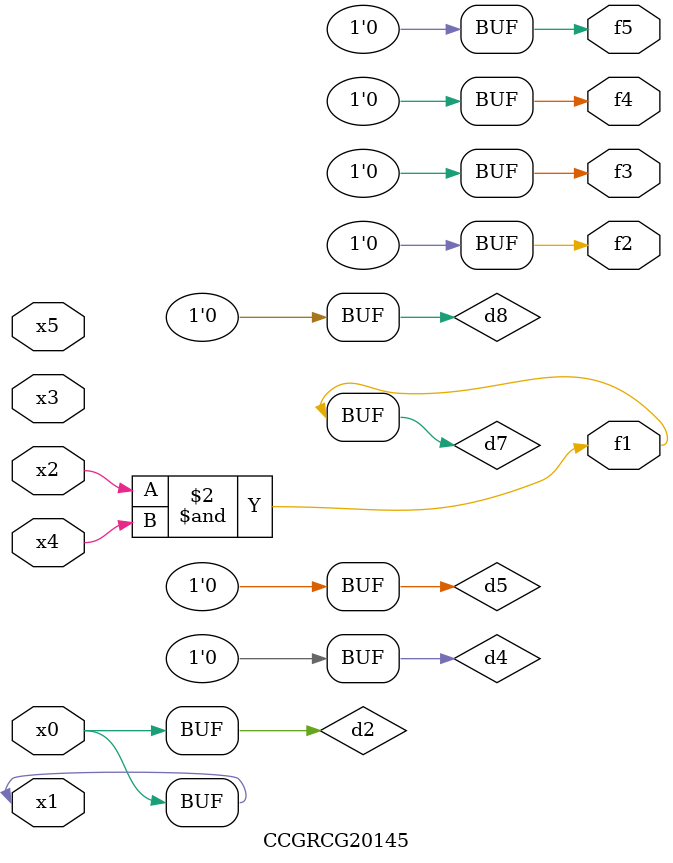
<source format=v>
module CCGRCG20145(
	input x0, x1, x2, x3, x4, x5,
	output f1, f2, f3, f4, f5
);

	wire d1, d2, d3, d4, d5, d6, d7, d8, d9;

	nand (d1, x1);
	buf (d2, x0, x1);
	nand (d3, x2, x4);
	and (d4, d1, d2);
	and (d5, d1, d2);
	nand (d6, d1, d3);
	not (d7, d3);
	xor (d8, d5);
	nor (d9, d5, d6);
	assign f1 = d7;
	assign f2 = d8;
	assign f3 = d8;
	assign f4 = d8;
	assign f5 = d8;
endmodule

</source>
